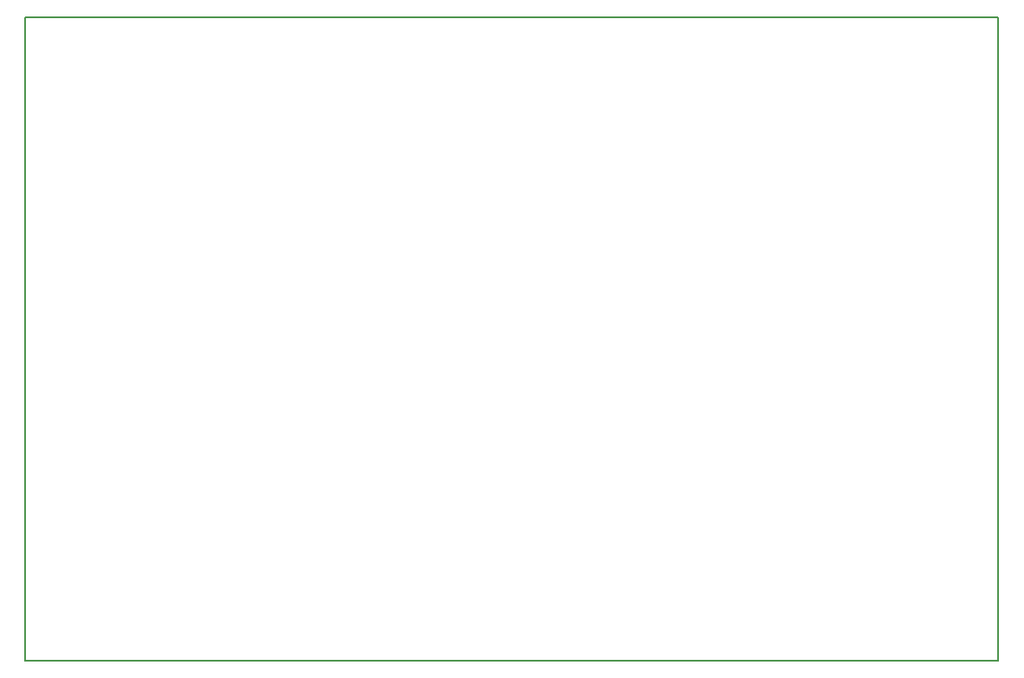
<source format=gko>
G04*
G04 #@! TF.GenerationSoftware,Altium Limited,Altium Designer,19.0.15 (446)*
G04*
G04 Layer_Color=16711935*
%FSLAX25Y25*%
%MOIN*%
G70*
G01*
G75*
%ADD14C,0.00787*%
D14*
X-239173Y-124016D02*
X135827Y-124016D01*
X135827Y124016D02*
X135827Y-124016D01*
X-239173Y124016D02*
X135827Y124016D01*
X-239173Y-124016D02*
Y124016D01*
M02*

</source>
